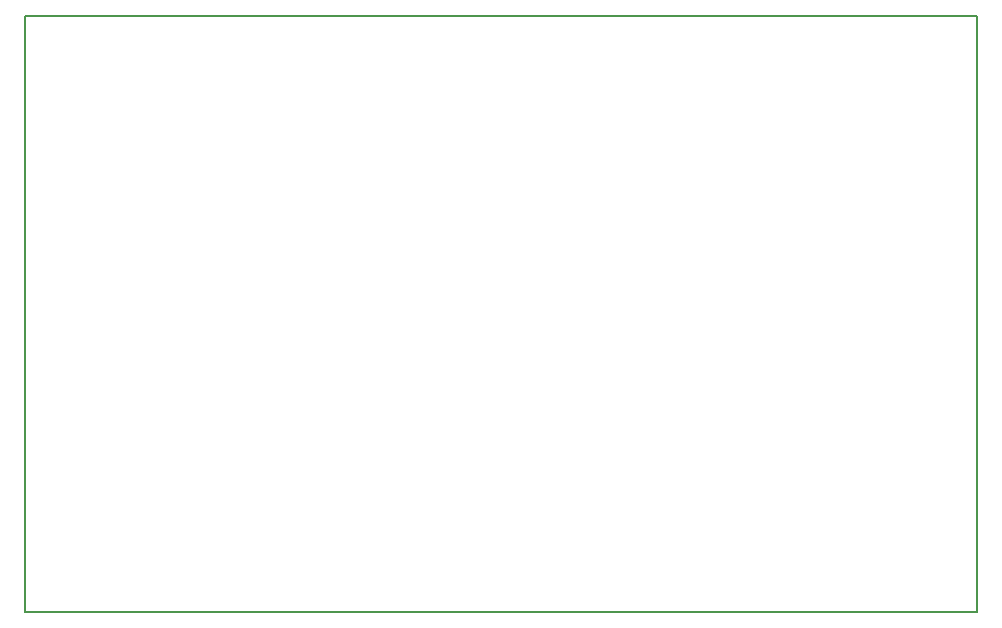
<source format=gbr>
G04 PROTEUS RS274X GERBER FILE*
%FSLAX45Y45*%
%MOMM*%
G01*
%ADD70C,0.203200*%
D70*
X-3830000Y-2435820D02*
X+4230920Y-2435820D01*
X+4230920Y+2610960D01*
X-3830000Y+2610960D01*
X-3830000Y-2435820D01*
M02*

</source>
